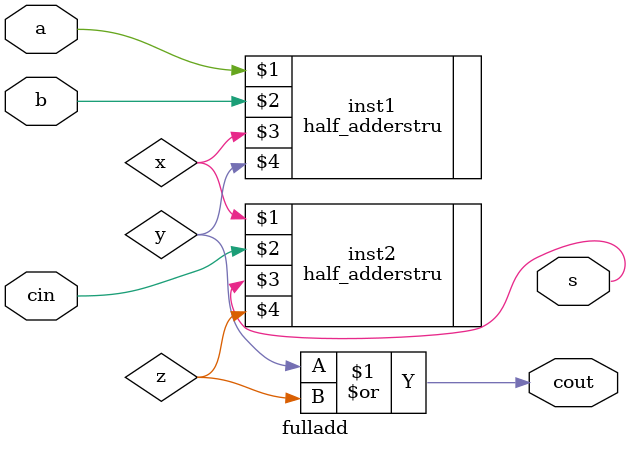
<source format=v>
`timescale 1ns / 1ps


module fulladd(
input a,
input b,
input cin,
output s,
output cout
    );
wire x,y,z;
half_adderstru inst1(a,b,x,y);
half_adderstru inst2(x,cin,s,z);
or inst3(cout,y,z);
endmodule

</source>
